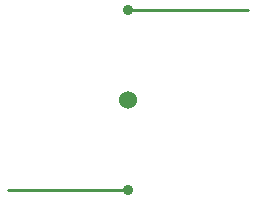
<source format=gbr>
G04 start of page 6 for group 7 idx 6 *
G04 Title: Basic Single Trace RS274-X Test, signal4 *
G04 Creator: pcb 1.99z *
G04 CreationDate: Thu Sep  1 21:23:26 2016 UTC *
G04 For: milan *
G04 Format: Gerber/RS-274X *
G04 PCB-Dimensions (mil): 2000.00 1000.00 *
G04 PCB-Coordinate-Origin: lower left *
%MOIN*%
%FSLAX25Y25*%
%LNGROUP7*%
%ADD31C,0.0200*%
%ADD30C,0.0350*%
%ADD29C,0.0360*%
%ADD28C,0.0600*%
%ADD27C,0.0100*%
G54D27*X90000Y80000D02*X130000D01*
X90000Y20000D02*X50000D01*
G54D28*X90000Y50000D03*
G54D29*Y20000D03*
Y80000D03*
G54D30*G54D31*M02*

</source>
